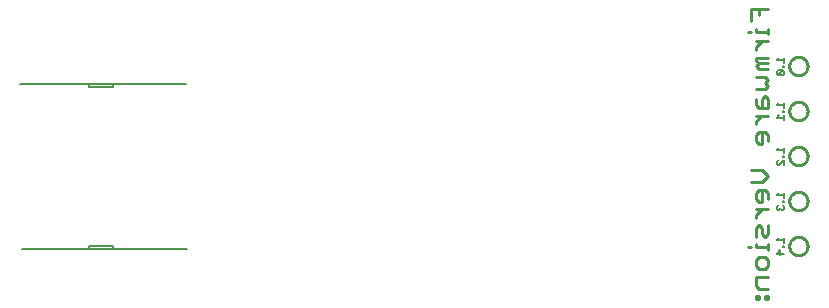
<source format=gbo>
G75*
%MOIN*%
%OFA0B0*%
%FSLAX25Y25*%
%IPPOS*%
%LPD*%
%AMOC8*
5,1,8,0,0,1.08239X$1,22.5*
%
%ADD10C,0.01100*%
%ADD11C,0.01000*%
%ADD12C,0.00500*%
D10*
X0274482Y0056246D02*
X0275466Y0056246D01*
X0277435Y0056246D02*
X0281371Y0056246D01*
X0281371Y0057230D02*
X0281371Y0055261D01*
X0280387Y0052933D02*
X0281371Y0051949D01*
X0281371Y0049980D01*
X0280387Y0048996D01*
X0278419Y0048996D01*
X0277435Y0049980D01*
X0277435Y0051949D01*
X0278419Y0052933D01*
X0280387Y0052933D01*
X0277435Y0056246D02*
X0277435Y0057230D01*
X0277435Y0059739D02*
X0277435Y0062691D01*
X0278419Y0063675D01*
X0279403Y0062691D01*
X0279403Y0060723D01*
X0280387Y0059739D01*
X0281371Y0060723D01*
X0281371Y0063675D01*
X0277435Y0066094D02*
X0277435Y0067078D01*
X0279403Y0069047D01*
X0281371Y0069047D02*
X0277435Y0069047D01*
X0278419Y0071555D02*
X0279403Y0071555D01*
X0279403Y0075492D01*
X0278419Y0075492D02*
X0277435Y0074508D01*
X0277435Y0072540D01*
X0278419Y0071555D01*
X0281371Y0072540D02*
X0281371Y0074508D01*
X0280387Y0075492D01*
X0278419Y0075492D01*
X0279403Y0078001D02*
X0275466Y0078001D01*
X0279403Y0078001D02*
X0281371Y0079969D01*
X0279403Y0081938D01*
X0275466Y0081938D01*
X0278419Y0090892D02*
X0279403Y0090892D01*
X0279403Y0094829D01*
X0278419Y0094829D02*
X0277435Y0093844D01*
X0277435Y0091876D01*
X0278419Y0090892D01*
X0281371Y0091876D02*
X0281371Y0093844D01*
X0280387Y0094829D01*
X0278419Y0094829D01*
X0277435Y0097247D02*
X0277435Y0098231D01*
X0279403Y0100200D01*
X0281371Y0100200D02*
X0277435Y0100200D01*
X0278419Y0102709D02*
X0277435Y0103693D01*
X0277435Y0105661D01*
X0279403Y0105661D02*
X0279403Y0102709D01*
X0278419Y0102709D02*
X0281371Y0102709D01*
X0281371Y0105661D01*
X0280387Y0106645D01*
X0279403Y0105661D01*
X0280387Y0109154D02*
X0277435Y0109154D01*
X0280387Y0109154D02*
X0281371Y0110138D01*
X0280387Y0111122D01*
X0281371Y0112107D01*
X0280387Y0113091D01*
X0277435Y0113091D01*
X0278419Y0115600D02*
X0281371Y0115600D01*
X0281371Y0117568D02*
X0278419Y0117568D01*
X0277435Y0116584D01*
X0278419Y0115600D01*
X0278419Y0117568D02*
X0277435Y0118552D01*
X0277435Y0119536D01*
X0281371Y0119536D01*
X0277435Y0121955D02*
X0277435Y0122939D01*
X0279403Y0124908D01*
X0281371Y0124908D02*
X0277435Y0124908D01*
X0277435Y0128220D02*
X0281371Y0128220D01*
X0281371Y0127236D02*
X0281371Y0129205D01*
X0277435Y0129205D02*
X0277435Y0128220D01*
X0275466Y0128220D02*
X0274482Y0128220D01*
X0275466Y0131713D02*
X0275466Y0135650D01*
X0281371Y0135650D01*
X0278419Y0135650D02*
X0278419Y0133682D01*
X0277435Y0046487D02*
X0277435Y0043535D01*
X0278419Y0042551D01*
X0281371Y0042551D01*
X0281371Y0040042D02*
X0280387Y0040042D01*
X0280387Y0039058D01*
X0281371Y0039058D01*
X0281371Y0040042D01*
X0278419Y0040042D02*
X0278419Y0039058D01*
X0277435Y0039058D01*
X0277435Y0040042D01*
X0278419Y0040042D01*
X0277435Y0046487D02*
X0281371Y0046487D01*
D11*
X0288380Y0056700D02*
X0288382Y0056810D01*
X0288388Y0056919D01*
X0288398Y0057029D01*
X0288412Y0057138D01*
X0288429Y0057246D01*
X0288451Y0057354D01*
X0288477Y0057461D01*
X0288506Y0057566D01*
X0288539Y0057671D01*
X0288576Y0057774D01*
X0288617Y0057876D01*
X0288661Y0057977D01*
X0288709Y0058076D01*
X0288760Y0058173D01*
X0288815Y0058268D01*
X0288874Y0058361D01*
X0288935Y0058452D01*
X0289000Y0058540D01*
X0289068Y0058627D01*
X0289139Y0058710D01*
X0289213Y0058791D01*
X0289290Y0058870D01*
X0289370Y0058945D01*
X0289452Y0059018D01*
X0289537Y0059087D01*
X0289625Y0059154D01*
X0289714Y0059217D01*
X0289806Y0059277D01*
X0289900Y0059334D01*
X0289997Y0059387D01*
X0290094Y0059436D01*
X0290194Y0059483D01*
X0290295Y0059525D01*
X0290398Y0059564D01*
X0290502Y0059599D01*
X0290607Y0059630D01*
X0290714Y0059658D01*
X0290821Y0059681D01*
X0290929Y0059701D01*
X0291038Y0059717D01*
X0291147Y0059729D01*
X0291256Y0059737D01*
X0291366Y0059741D01*
X0291476Y0059741D01*
X0291586Y0059737D01*
X0291695Y0059729D01*
X0291804Y0059717D01*
X0291913Y0059701D01*
X0292021Y0059681D01*
X0292128Y0059658D01*
X0292235Y0059630D01*
X0292340Y0059599D01*
X0292444Y0059564D01*
X0292547Y0059525D01*
X0292648Y0059483D01*
X0292748Y0059436D01*
X0292845Y0059387D01*
X0292941Y0059334D01*
X0293036Y0059277D01*
X0293128Y0059217D01*
X0293217Y0059154D01*
X0293305Y0059087D01*
X0293390Y0059018D01*
X0293472Y0058945D01*
X0293552Y0058870D01*
X0293629Y0058791D01*
X0293703Y0058710D01*
X0293774Y0058627D01*
X0293842Y0058540D01*
X0293907Y0058452D01*
X0293968Y0058361D01*
X0294027Y0058268D01*
X0294082Y0058173D01*
X0294133Y0058076D01*
X0294181Y0057977D01*
X0294225Y0057876D01*
X0294266Y0057774D01*
X0294303Y0057671D01*
X0294336Y0057566D01*
X0294365Y0057461D01*
X0294391Y0057354D01*
X0294413Y0057246D01*
X0294430Y0057138D01*
X0294444Y0057029D01*
X0294454Y0056919D01*
X0294460Y0056810D01*
X0294462Y0056700D01*
X0294460Y0056590D01*
X0294454Y0056481D01*
X0294444Y0056371D01*
X0294430Y0056262D01*
X0294413Y0056154D01*
X0294391Y0056046D01*
X0294365Y0055939D01*
X0294336Y0055834D01*
X0294303Y0055729D01*
X0294266Y0055626D01*
X0294225Y0055524D01*
X0294181Y0055423D01*
X0294133Y0055324D01*
X0294082Y0055227D01*
X0294027Y0055132D01*
X0293968Y0055039D01*
X0293907Y0054948D01*
X0293842Y0054860D01*
X0293774Y0054773D01*
X0293703Y0054690D01*
X0293629Y0054609D01*
X0293552Y0054530D01*
X0293472Y0054455D01*
X0293390Y0054382D01*
X0293305Y0054313D01*
X0293217Y0054246D01*
X0293128Y0054183D01*
X0293036Y0054123D01*
X0292942Y0054066D01*
X0292845Y0054013D01*
X0292748Y0053964D01*
X0292648Y0053917D01*
X0292547Y0053875D01*
X0292444Y0053836D01*
X0292340Y0053801D01*
X0292235Y0053770D01*
X0292128Y0053742D01*
X0292021Y0053719D01*
X0291913Y0053699D01*
X0291804Y0053683D01*
X0291695Y0053671D01*
X0291586Y0053663D01*
X0291476Y0053659D01*
X0291366Y0053659D01*
X0291256Y0053663D01*
X0291147Y0053671D01*
X0291038Y0053683D01*
X0290929Y0053699D01*
X0290821Y0053719D01*
X0290714Y0053742D01*
X0290607Y0053770D01*
X0290502Y0053801D01*
X0290398Y0053836D01*
X0290295Y0053875D01*
X0290194Y0053917D01*
X0290094Y0053964D01*
X0289997Y0054013D01*
X0289900Y0054066D01*
X0289806Y0054123D01*
X0289714Y0054183D01*
X0289625Y0054246D01*
X0289537Y0054313D01*
X0289452Y0054382D01*
X0289370Y0054455D01*
X0289290Y0054530D01*
X0289213Y0054609D01*
X0289139Y0054690D01*
X0289068Y0054773D01*
X0289000Y0054860D01*
X0288935Y0054948D01*
X0288874Y0055039D01*
X0288815Y0055132D01*
X0288760Y0055227D01*
X0288709Y0055324D01*
X0288661Y0055423D01*
X0288617Y0055524D01*
X0288576Y0055626D01*
X0288539Y0055729D01*
X0288506Y0055834D01*
X0288477Y0055939D01*
X0288451Y0056046D01*
X0288429Y0056154D01*
X0288412Y0056262D01*
X0288398Y0056371D01*
X0288388Y0056481D01*
X0288382Y0056590D01*
X0288380Y0056700D01*
X0288380Y0071700D02*
X0288382Y0071810D01*
X0288388Y0071919D01*
X0288398Y0072029D01*
X0288412Y0072138D01*
X0288429Y0072246D01*
X0288451Y0072354D01*
X0288477Y0072461D01*
X0288506Y0072566D01*
X0288539Y0072671D01*
X0288576Y0072774D01*
X0288617Y0072876D01*
X0288661Y0072977D01*
X0288709Y0073076D01*
X0288760Y0073173D01*
X0288815Y0073268D01*
X0288874Y0073361D01*
X0288935Y0073452D01*
X0289000Y0073540D01*
X0289068Y0073627D01*
X0289139Y0073710D01*
X0289213Y0073791D01*
X0289290Y0073870D01*
X0289370Y0073945D01*
X0289452Y0074018D01*
X0289537Y0074087D01*
X0289625Y0074154D01*
X0289714Y0074217D01*
X0289806Y0074277D01*
X0289900Y0074334D01*
X0289997Y0074387D01*
X0290094Y0074436D01*
X0290194Y0074483D01*
X0290295Y0074525D01*
X0290398Y0074564D01*
X0290502Y0074599D01*
X0290607Y0074630D01*
X0290714Y0074658D01*
X0290821Y0074681D01*
X0290929Y0074701D01*
X0291038Y0074717D01*
X0291147Y0074729D01*
X0291256Y0074737D01*
X0291366Y0074741D01*
X0291476Y0074741D01*
X0291586Y0074737D01*
X0291695Y0074729D01*
X0291804Y0074717D01*
X0291913Y0074701D01*
X0292021Y0074681D01*
X0292128Y0074658D01*
X0292235Y0074630D01*
X0292340Y0074599D01*
X0292444Y0074564D01*
X0292547Y0074525D01*
X0292648Y0074483D01*
X0292748Y0074436D01*
X0292845Y0074387D01*
X0292941Y0074334D01*
X0293036Y0074277D01*
X0293128Y0074217D01*
X0293217Y0074154D01*
X0293305Y0074087D01*
X0293390Y0074018D01*
X0293472Y0073945D01*
X0293552Y0073870D01*
X0293629Y0073791D01*
X0293703Y0073710D01*
X0293774Y0073627D01*
X0293842Y0073540D01*
X0293907Y0073452D01*
X0293968Y0073361D01*
X0294027Y0073268D01*
X0294082Y0073173D01*
X0294133Y0073076D01*
X0294181Y0072977D01*
X0294225Y0072876D01*
X0294266Y0072774D01*
X0294303Y0072671D01*
X0294336Y0072566D01*
X0294365Y0072461D01*
X0294391Y0072354D01*
X0294413Y0072246D01*
X0294430Y0072138D01*
X0294444Y0072029D01*
X0294454Y0071919D01*
X0294460Y0071810D01*
X0294462Y0071700D01*
X0294460Y0071590D01*
X0294454Y0071481D01*
X0294444Y0071371D01*
X0294430Y0071262D01*
X0294413Y0071154D01*
X0294391Y0071046D01*
X0294365Y0070939D01*
X0294336Y0070834D01*
X0294303Y0070729D01*
X0294266Y0070626D01*
X0294225Y0070524D01*
X0294181Y0070423D01*
X0294133Y0070324D01*
X0294082Y0070227D01*
X0294027Y0070132D01*
X0293968Y0070039D01*
X0293907Y0069948D01*
X0293842Y0069860D01*
X0293774Y0069773D01*
X0293703Y0069690D01*
X0293629Y0069609D01*
X0293552Y0069530D01*
X0293472Y0069455D01*
X0293390Y0069382D01*
X0293305Y0069313D01*
X0293217Y0069246D01*
X0293128Y0069183D01*
X0293036Y0069123D01*
X0292942Y0069066D01*
X0292845Y0069013D01*
X0292748Y0068964D01*
X0292648Y0068917D01*
X0292547Y0068875D01*
X0292444Y0068836D01*
X0292340Y0068801D01*
X0292235Y0068770D01*
X0292128Y0068742D01*
X0292021Y0068719D01*
X0291913Y0068699D01*
X0291804Y0068683D01*
X0291695Y0068671D01*
X0291586Y0068663D01*
X0291476Y0068659D01*
X0291366Y0068659D01*
X0291256Y0068663D01*
X0291147Y0068671D01*
X0291038Y0068683D01*
X0290929Y0068699D01*
X0290821Y0068719D01*
X0290714Y0068742D01*
X0290607Y0068770D01*
X0290502Y0068801D01*
X0290398Y0068836D01*
X0290295Y0068875D01*
X0290194Y0068917D01*
X0290094Y0068964D01*
X0289997Y0069013D01*
X0289900Y0069066D01*
X0289806Y0069123D01*
X0289714Y0069183D01*
X0289625Y0069246D01*
X0289537Y0069313D01*
X0289452Y0069382D01*
X0289370Y0069455D01*
X0289290Y0069530D01*
X0289213Y0069609D01*
X0289139Y0069690D01*
X0289068Y0069773D01*
X0289000Y0069860D01*
X0288935Y0069948D01*
X0288874Y0070039D01*
X0288815Y0070132D01*
X0288760Y0070227D01*
X0288709Y0070324D01*
X0288661Y0070423D01*
X0288617Y0070524D01*
X0288576Y0070626D01*
X0288539Y0070729D01*
X0288506Y0070834D01*
X0288477Y0070939D01*
X0288451Y0071046D01*
X0288429Y0071154D01*
X0288412Y0071262D01*
X0288398Y0071371D01*
X0288388Y0071481D01*
X0288382Y0071590D01*
X0288380Y0071700D01*
X0288380Y0086700D02*
X0288382Y0086810D01*
X0288388Y0086919D01*
X0288398Y0087029D01*
X0288412Y0087138D01*
X0288429Y0087246D01*
X0288451Y0087354D01*
X0288477Y0087461D01*
X0288506Y0087566D01*
X0288539Y0087671D01*
X0288576Y0087774D01*
X0288617Y0087876D01*
X0288661Y0087977D01*
X0288709Y0088076D01*
X0288760Y0088173D01*
X0288815Y0088268D01*
X0288874Y0088361D01*
X0288935Y0088452D01*
X0289000Y0088540D01*
X0289068Y0088627D01*
X0289139Y0088710D01*
X0289213Y0088791D01*
X0289290Y0088870D01*
X0289370Y0088945D01*
X0289452Y0089018D01*
X0289537Y0089087D01*
X0289625Y0089154D01*
X0289714Y0089217D01*
X0289806Y0089277D01*
X0289900Y0089334D01*
X0289997Y0089387D01*
X0290094Y0089436D01*
X0290194Y0089483D01*
X0290295Y0089525D01*
X0290398Y0089564D01*
X0290502Y0089599D01*
X0290607Y0089630D01*
X0290714Y0089658D01*
X0290821Y0089681D01*
X0290929Y0089701D01*
X0291038Y0089717D01*
X0291147Y0089729D01*
X0291256Y0089737D01*
X0291366Y0089741D01*
X0291476Y0089741D01*
X0291586Y0089737D01*
X0291695Y0089729D01*
X0291804Y0089717D01*
X0291913Y0089701D01*
X0292021Y0089681D01*
X0292128Y0089658D01*
X0292235Y0089630D01*
X0292340Y0089599D01*
X0292444Y0089564D01*
X0292547Y0089525D01*
X0292648Y0089483D01*
X0292748Y0089436D01*
X0292845Y0089387D01*
X0292941Y0089334D01*
X0293036Y0089277D01*
X0293128Y0089217D01*
X0293217Y0089154D01*
X0293305Y0089087D01*
X0293390Y0089018D01*
X0293472Y0088945D01*
X0293552Y0088870D01*
X0293629Y0088791D01*
X0293703Y0088710D01*
X0293774Y0088627D01*
X0293842Y0088540D01*
X0293907Y0088452D01*
X0293968Y0088361D01*
X0294027Y0088268D01*
X0294082Y0088173D01*
X0294133Y0088076D01*
X0294181Y0087977D01*
X0294225Y0087876D01*
X0294266Y0087774D01*
X0294303Y0087671D01*
X0294336Y0087566D01*
X0294365Y0087461D01*
X0294391Y0087354D01*
X0294413Y0087246D01*
X0294430Y0087138D01*
X0294444Y0087029D01*
X0294454Y0086919D01*
X0294460Y0086810D01*
X0294462Y0086700D01*
X0294460Y0086590D01*
X0294454Y0086481D01*
X0294444Y0086371D01*
X0294430Y0086262D01*
X0294413Y0086154D01*
X0294391Y0086046D01*
X0294365Y0085939D01*
X0294336Y0085834D01*
X0294303Y0085729D01*
X0294266Y0085626D01*
X0294225Y0085524D01*
X0294181Y0085423D01*
X0294133Y0085324D01*
X0294082Y0085227D01*
X0294027Y0085132D01*
X0293968Y0085039D01*
X0293907Y0084948D01*
X0293842Y0084860D01*
X0293774Y0084773D01*
X0293703Y0084690D01*
X0293629Y0084609D01*
X0293552Y0084530D01*
X0293472Y0084455D01*
X0293390Y0084382D01*
X0293305Y0084313D01*
X0293217Y0084246D01*
X0293128Y0084183D01*
X0293036Y0084123D01*
X0292942Y0084066D01*
X0292845Y0084013D01*
X0292748Y0083964D01*
X0292648Y0083917D01*
X0292547Y0083875D01*
X0292444Y0083836D01*
X0292340Y0083801D01*
X0292235Y0083770D01*
X0292128Y0083742D01*
X0292021Y0083719D01*
X0291913Y0083699D01*
X0291804Y0083683D01*
X0291695Y0083671D01*
X0291586Y0083663D01*
X0291476Y0083659D01*
X0291366Y0083659D01*
X0291256Y0083663D01*
X0291147Y0083671D01*
X0291038Y0083683D01*
X0290929Y0083699D01*
X0290821Y0083719D01*
X0290714Y0083742D01*
X0290607Y0083770D01*
X0290502Y0083801D01*
X0290398Y0083836D01*
X0290295Y0083875D01*
X0290194Y0083917D01*
X0290094Y0083964D01*
X0289997Y0084013D01*
X0289900Y0084066D01*
X0289806Y0084123D01*
X0289714Y0084183D01*
X0289625Y0084246D01*
X0289537Y0084313D01*
X0289452Y0084382D01*
X0289370Y0084455D01*
X0289290Y0084530D01*
X0289213Y0084609D01*
X0289139Y0084690D01*
X0289068Y0084773D01*
X0289000Y0084860D01*
X0288935Y0084948D01*
X0288874Y0085039D01*
X0288815Y0085132D01*
X0288760Y0085227D01*
X0288709Y0085324D01*
X0288661Y0085423D01*
X0288617Y0085524D01*
X0288576Y0085626D01*
X0288539Y0085729D01*
X0288506Y0085834D01*
X0288477Y0085939D01*
X0288451Y0086046D01*
X0288429Y0086154D01*
X0288412Y0086262D01*
X0288398Y0086371D01*
X0288388Y0086481D01*
X0288382Y0086590D01*
X0288380Y0086700D01*
X0288380Y0101700D02*
X0288382Y0101810D01*
X0288388Y0101919D01*
X0288398Y0102029D01*
X0288412Y0102138D01*
X0288429Y0102246D01*
X0288451Y0102354D01*
X0288477Y0102461D01*
X0288506Y0102566D01*
X0288539Y0102671D01*
X0288576Y0102774D01*
X0288617Y0102876D01*
X0288661Y0102977D01*
X0288709Y0103076D01*
X0288760Y0103173D01*
X0288815Y0103268D01*
X0288874Y0103361D01*
X0288935Y0103452D01*
X0289000Y0103540D01*
X0289068Y0103627D01*
X0289139Y0103710D01*
X0289213Y0103791D01*
X0289290Y0103870D01*
X0289370Y0103945D01*
X0289452Y0104018D01*
X0289537Y0104087D01*
X0289625Y0104154D01*
X0289714Y0104217D01*
X0289806Y0104277D01*
X0289900Y0104334D01*
X0289997Y0104387D01*
X0290094Y0104436D01*
X0290194Y0104483D01*
X0290295Y0104525D01*
X0290398Y0104564D01*
X0290502Y0104599D01*
X0290607Y0104630D01*
X0290714Y0104658D01*
X0290821Y0104681D01*
X0290929Y0104701D01*
X0291038Y0104717D01*
X0291147Y0104729D01*
X0291256Y0104737D01*
X0291366Y0104741D01*
X0291476Y0104741D01*
X0291586Y0104737D01*
X0291695Y0104729D01*
X0291804Y0104717D01*
X0291913Y0104701D01*
X0292021Y0104681D01*
X0292128Y0104658D01*
X0292235Y0104630D01*
X0292340Y0104599D01*
X0292444Y0104564D01*
X0292547Y0104525D01*
X0292648Y0104483D01*
X0292748Y0104436D01*
X0292845Y0104387D01*
X0292941Y0104334D01*
X0293036Y0104277D01*
X0293128Y0104217D01*
X0293217Y0104154D01*
X0293305Y0104087D01*
X0293390Y0104018D01*
X0293472Y0103945D01*
X0293552Y0103870D01*
X0293629Y0103791D01*
X0293703Y0103710D01*
X0293774Y0103627D01*
X0293842Y0103540D01*
X0293907Y0103452D01*
X0293968Y0103361D01*
X0294027Y0103268D01*
X0294082Y0103173D01*
X0294133Y0103076D01*
X0294181Y0102977D01*
X0294225Y0102876D01*
X0294266Y0102774D01*
X0294303Y0102671D01*
X0294336Y0102566D01*
X0294365Y0102461D01*
X0294391Y0102354D01*
X0294413Y0102246D01*
X0294430Y0102138D01*
X0294444Y0102029D01*
X0294454Y0101919D01*
X0294460Y0101810D01*
X0294462Y0101700D01*
X0294460Y0101590D01*
X0294454Y0101481D01*
X0294444Y0101371D01*
X0294430Y0101262D01*
X0294413Y0101154D01*
X0294391Y0101046D01*
X0294365Y0100939D01*
X0294336Y0100834D01*
X0294303Y0100729D01*
X0294266Y0100626D01*
X0294225Y0100524D01*
X0294181Y0100423D01*
X0294133Y0100324D01*
X0294082Y0100227D01*
X0294027Y0100132D01*
X0293968Y0100039D01*
X0293907Y0099948D01*
X0293842Y0099860D01*
X0293774Y0099773D01*
X0293703Y0099690D01*
X0293629Y0099609D01*
X0293552Y0099530D01*
X0293472Y0099455D01*
X0293390Y0099382D01*
X0293305Y0099313D01*
X0293217Y0099246D01*
X0293128Y0099183D01*
X0293036Y0099123D01*
X0292942Y0099066D01*
X0292845Y0099013D01*
X0292748Y0098964D01*
X0292648Y0098917D01*
X0292547Y0098875D01*
X0292444Y0098836D01*
X0292340Y0098801D01*
X0292235Y0098770D01*
X0292128Y0098742D01*
X0292021Y0098719D01*
X0291913Y0098699D01*
X0291804Y0098683D01*
X0291695Y0098671D01*
X0291586Y0098663D01*
X0291476Y0098659D01*
X0291366Y0098659D01*
X0291256Y0098663D01*
X0291147Y0098671D01*
X0291038Y0098683D01*
X0290929Y0098699D01*
X0290821Y0098719D01*
X0290714Y0098742D01*
X0290607Y0098770D01*
X0290502Y0098801D01*
X0290398Y0098836D01*
X0290295Y0098875D01*
X0290194Y0098917D01*
X0290094Y0098964D01*
X0289997Y0099013D01*
X0289900Y0099066D01*
X0289806Y0099123D01*
X0289714Y0099183D01*
X0289625Y0099246D01*
X0289537Y0099313D01*
X0289452Y0099382D01*
X0289370Y0099455D01*
X0289290Y0099530D01*
X0289213Y0099609D01*
X0289139Y0099690D01*
X0289068Y0099773D01*
X0289000Y0099860D01*
X0288935Y0099948D01*
X0288874Y0100039D01*
X0288815Y0100132D01*
X0288760Y0100227D01*
X0288709Y0100324D01*
X0288661Y0100423D01*
X0288617Y0100524D01*
X0288576Y0100626D01*
X0288539Y0100729D01*
X0288506Y0100834D01*
X0288477Y0100939D01*
X0288451Y0101046D01*
X0288429Y0101154D01*
X0288412Y0101262D01*
X0288398Y0101371D01*
X0288388Y0101481D01*
X0288382Y0101590D01*
X0288380Y0101700D01*
X0288380Y0116700D02*
X0288382Y0116810D01*
X0288388Y0116919D01*
X0288398Y0117029D01*
X0288412Y0117138D01*
X0288429Y0117246D01*
X0288451Y0117354D01*
X0288477Y0117461D01*
X0288506Y0117566D01*
X0288539Y0117671D01*
X0288576Y0117774D01*
X0288617Y0117876D01*
X0288661Y0117977D01*
X0288709Y0118076D01*
X0288760Y0118173D01*
X0288815Y0118268D01*
X0288874Y0118361D01*
X0288935Y0118452D01*
X0289000Y0118540D01*
X0289068Y0118627D01*
X0289139Y0118710D01*
X0289213Y0118791D01*
X0289290Y0118870D01*
X0289370Y0118945D01*
X0289452Y0119018D01*
X0289537Y0119087D01*
X0289625Y0119154D01*
X0289714Y0119217D01*
X0289806Y0119277D01*
X0289900Y0119334D01*
X0289997Y0119387D01*
X0290094Y0119436D01*
X0290194Y0119483D01*
X0290295Y0119525D01*
X0290398Y0119564D01*
X0290502Y0119599D01*
X0290607Y0119630D01*
X0290714Y0119658D01*
X0290821Y0119681D01*
X0290929Y0119701D01*
X0291038Y0119717D01*
X0291147Y0119729D01*
X0291256Y0119737D01*
X0291366Y0119741D01*
X0291476Y0119741D01*
X0291586Y0119737D01*
X0291695Y0119729D01*
X0291804Y0119717D01*
X0291913Y0119701D01*
X0292021Y0119681D01*
X0292128Y0119658D01*
X0292235Y0119630D01*
X0292340Y0119599D01*
X0292444Y0119564D01*
X0292547Y0119525D01*
X0292648Y0119483D01*
X0292748Y0119436D01*
X0292845Y0119387D01*
X0292941Y0119334D01*
X0293036Y0119277D01*
X0293128Y0119217D01*
X0293217Y0119154D01*
X0293305Y0119087D01*
X0293390Y0119018D01*
X0293472Y0118945D01*
X0293552Y0118870D01*
X0293629Y0118791D01*
X0293703Y0118710D01*
X0293774Y0118627D01*
X0293842Y0118540D01*
X0293907Y0118452D01*
X0293968Y0118361D01*
X0294027Y0118268D01*
X0294082Y0118173D01*
X0294133Y0118076D01*
X0294181Y0117977D01*
X0294225Y0117876D01*
X0294266Y0117774D01*
X0294303Y0117671D01*
X0294336Y0117566D01*
X0294365Y0117461D01*
X0294391Y0117354D01*
X0294413Y0117246D01*
X0294430Y0117138D01*
X0294444Y0117029D01*
X0294454Y0116919D01*
X0294460Y0116810D01*
X0294462Y0116700D01*
X0294460Y0116590D01*
X0294454Y0116481D01*
X0294444Y0116371D01*
X0294430Y0116262D01*
X0294413Y0116154D01*
X0294391Y0116046D01*
X0294365Y0115939D01*
X0294336Y0115834D01*
X0294303Y0115729D01*
X0294266Y0115626D01*
X0294225Y0115524D01*
X0294181Y0115423D01*
X0294133Y0115324D01*
X0294082Y0115227D01*
X0294027Y0115132D01*
X0293968Y0115039D01*
X0293907Y0114948D01*
X0293842Y0114860D01*
X0293774Y0114773D01*
X0293703Y0114690D01*
X0293629Y0114609D01*
X0293552Y0114530D01*
X0293472Y0114455D01*
X0293390Y0114382D01*
X0293305Y0114313D01*
X0293217Y0114246D01*
X0293128Y0114183D01*
X0293036Y0114123D01*
X0292942Y0114066D01*
X0292845Y0114013D01*
X0292748Y0113964D01*
X0292648Y0113917D01*
X0292547Y0113875D01*
X0292444Y0113836D01*
X0292340Y0113801D01*
X0292235Y0113770D01*
X0292128Y0113742D01*
X0292021Y0113719D01*
X0291913Y0113699D01*
X0291804Y0113683D01*
X0291695Y0113671D01*
X0291586Y0113663D01*
X0291476Y0113659D01*
X0291366Y0113659D01*
X0291256Y0113663D01*
X0291147Y0113671D01*
X0291038Y0113683D01*
X0290929Y0113699D01*
X0290821Y0113719D01*
X0290714Y0113742D01*
X0290607Y0113770D01*
X0290502Y0113801D01*
X0290398Y0113836D01*
X0290295Y0113875D01*
X0290194Y0113917D01*
X0290094Y0113964D01*
X0289997Y0114013D01*
X0289900Y0114066D01*
X0289806Y0114123D01*
X0289714Y0114183D01*
X0289625Y0114246D01*
X0289537Y0114313D01*
X0289452Y0114382D01*
X0289370Y0114455D01*
X0289290Y0114530D01*
X0289213Y0114609D01*
X0289139Y0114690D01*
X0289068Y0114773D01*
X0289000Y0114860D01*
X0288935Y0114948D01*
X0288874Y0115039D01*
X0288815Y0115132D01*
X0288760Y0115227D01*
X0288709Y0115324D01*
X0288661Y0115423D01*
X0288617Y0115524D01*
X0288576Y0115626D01*
X0288539Y0115729D01*
X0288506Y0115834D01*
X0288477Y0115939D01*
X0288451Y0116046D01*
X0288429Y0116154D01*
X0288412Y0116262D01*
X0288398Y0116371D01*
X0288388Y0116481D01*
X0288382Y0116590D01*
X0288380Y0116700D01*
D12*
X0054937Y0055641D02*
X0032496Y0055641D01*
X0054937Y0055641D02*
X0054937Y0056822D01*
X0062811Y0056822D01*
X0062811Y0055838D01*
X0054937Y0055641D02*
X0087614Y0055641D01*
X0087418Y0110759D02*
X0062811Y0110759D01*
X0062811Y0109578D01*
X0054937Y0109578D01*
X0054937Y0110759D01*
X0032103Y0110759D01*
X0054937Y0110759D02*
X0062811Y0110759D01*
X0284169Y0114055D02*
X0284586Y0113638D01*
X0286254Y0115306D01*
X0286671Y0114889D01*
X0286671Y0114055D01*
X0286254Y0113638D01*
X0284586Y0113638D01*
X0284169Y0114055D02*
X0284169Y0114889D01*
X0284586Y0115306D01*
X0286254Y0115306D01*
X0286254Y0116271D02*
X0286671Y0116271D01*
X0286671Y0116688D01*
X0286254Y0116688D01*
X0286254Y0116271D01*
X0286671Y0117782D02*
X0286671Y0119450D01*
X0286671Y0118616D02*
X0284169Y0118616D01*
X0285003Y0119450D01*
X0285003Y0104450D02*
X0284169Y0103616D01*
X0286671Y0103616D01*
X0286671Y0104450D02*
X0286671Y0102782D01*
X0286671Y0101688D02*
X0286671Y0101271D01*
X0286254Y0101271D01*
X0286254Y0101688D01*
X0286671Y0101688D01*
X0286671Y0100306D02*
X0286671Y0098638D01*
X0286671Y0099472D02*
X0284169Y0099472D01*
X0285003Y0100306D01*
X0285003Y0089450D02*
X0284169Y0088616D01*
X0286671Y0088616D01*
X0286671Y0089450D02*
X0286671Y0087782D01*
X0286671Y0086688D02*
X0286671Y0086271D01*
X0286254Y0086271D01*
X0286254Y0086688D01*
X0286671Y0086688D01*
X0286671Y0085306D02*
X0285003Y0083638D01*
X0284586Y0083638D01*
X0284169Y0084055D01*
X0284169Y0084889D01*
X0284586Y0085306D01*
X0286671Y0085306D02*
X0286671Y0083638D01*
X0286671Y0074450D02*
X0286671Y0072782D01*
X0286671Y0073616D02*
X0284169Y0073616D01*
X0285003Y0074450D01*
X0286254Y0071688D02*
X0286254Y0071271D01*
X0286671Y0071271D01*
X0286671Y0071688D01*
X0286254Y0071688D01*
X0286254Y0070306D02*
X0286671Y0069889D01*
X0286671Y0069055D01*
X0286254Y0068638D01*
X0285837Y0068638D01*
X0285420Y0069055D01*
X0285420Y0069472D01*
X0285420Y0069055D02*
X0285003Y0068638D01*
X0284586Y0068638D01*
X0284169Y0069055D01*
X0284169Y0069889D01*
X0284586Y0070306D01*
X0285003Y0059450D02*
X0284169Y0058616D01*
X0286671Y0058616D01*
X0286671Y0059450D02*
X0286671Y0057782D01*
X0286671Y0056688D02*
X0286671Y0056271D01*
X0286254Y0056271D01*
X0286254Y0056688D01*
X0286671Y0056688D01*
X0285420Y0055306D02*
X0285420Y0053638D01*
X0284169Y0054055D02*
X0285420Y0055306D01*
X0286671Y0054055D02*
X0284169Y0054055D01*
M02*

</source>
